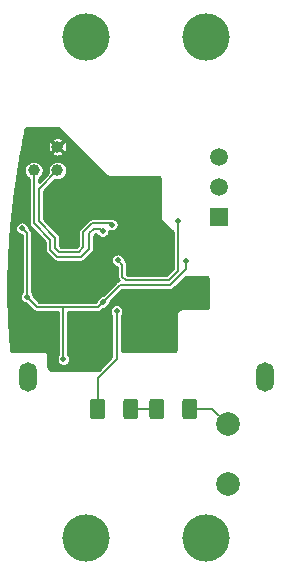
<source format=gbr>
G04 #@! TF.GenerationSoftware,KiCad,Pcbnew,5.1.5*
G04 #@! TF.CreationDate,2020-03-24T00:38:53+03:00*
G04 #@! TF.ProjectId,nordic-switch,6e6f7264-6963-42d7-9377-697463682e6b,1.0*
G04 #@! TF.SameCoordinates,Original*
G04 #@! TF.FileFunction,Copper,L2,Bot*
G04 #@! TF.FilePolarity,Positive*
%FSLAX46Y46*%
G04 Gerber Fmt 4.6, Leading zero omitted, Abs format (unit mm)*
G04 Created by KiCad (PCBNEW 5.1.5) date 2020-03-24 00:38:53*
%MOMM*%
%LPD*%
G04 APERTURE LIST*
%ADD10C,2.000000*%
%ADD11C,0.100000*%
%ADD12C,1.000000*%
%ADD13C,4.000500*%
%ADD14O,1.500000X2.500000*%
%ADD15C,1.500000*%
%ADD16R,1.500000X1.500000*%
%ADD17C,0.500000*%
%ADD18C,0.200000*%
%ADD19C,0.254000*%
G04 APERTURE END LIST*
D10*
X151300000Y-111300000D03*
X151310000Y-116380000D03*
G04 #@! TA.AperFunction,SMDPad,CuDef*
D11*
G36*
X140699504Y-109126204D02*
G01*
X140723773Y-109129804D01*
X140747571Y-109135765D01*
X140770671Y-109144030D01*
X140792849Y-109154520D01*
X140813893Y-109167133D01*
X140833598Y-109181747D01*
X140851777Y-109198223D01*
X140868253Y-109216402D01*
X140882867Y-109236107D01*
X140895480Y-109257151D01*
X140905970Y-109279329D01*
X140914235Y-109302429D01*
X140920196Y-109326227D01*
X140923796Y-109350496D01*
X140925000Y-109375000D01*
X140925000Y-110625000D01*
X140923796Y-110649504D01*
X140920196Y-110673773D01*
X140914235Y-110697571D01*
X140905970Y-110720671D01*
X140895480Y-110742849D01*
X140882867Y-110763893D01*
X140868253Y-110783598D01*
X140851777Y-110801777D01*
X140833598Y-110818253D01*
X140813893Y-110832867D01*
X140792849Y-110845480D01*
X140770671Y-110855970D01*
X140747571Y-110864235D01*
X140723773Y-110870196D01*
X140699504Y-110873796D01*
X140675000Y-110875000D01*
X139925000Y-110875000D01*
X139900496Y-110873796D01*
X139876227Y-110870196D01*
X139852429Y-110864235D01*
X139829329Y-110855970D01*
X139807151Y-110845480D01*
X139786107Y-110832867D01*
X139766402Y-110818253D01*
X139748223Y-110801777D01*
X139731747Y-110783598D01*
X139717133Y-110763893D01*
X139704520Y-110742849D01*
X139694030Y-110720671D01*
X139685765Y-110697571D01*
X139679804Y-110673773D01*
X139676204Y-110649504D01*
X139675000Y-110625000D01*
X139675000Y-109375000D01*
X139676204Y-109350496D01*
X139679804Y-109326227D01*
X139685765Y-109302429D01*
X139694030Y-109279329D01*
X139704520Y-109257151D01*
X139717133Y-109236107D01*
X139731747Y-109216402D01*
X139748223Y-109198223D01*
X139766402Y-109181747D01*
X139786107Y-109167133D01*
X139807151Y-109154520D01*
X139829329Y-109144030D01*
X139852429Y-109135765D01*
X139876227Y-109129804D01*
X139900496Y-109126204D01*
X139925000Y-109125000D01*
X140675000Y-109125000D01*
X140699504Y-109126204D01*
G37*
G04 #@! TD.AperFunction*
G04 #@! TA.AperFunction,SMDPad,CuDef*
G36*
X143499504Y-109126204D02*
G01*
X143523773Y-109129804D01*
X143547571Y-109135765D01*
X143570671Y-109144030D01*
X143592849Y-109154520D01*
X143613893Y-109167133D01*
X143633598Y-109181747D01*
X143651777Y-109198223D01*
X143668253Y-109216402D01*
X143682867Y-109236107D01*
X143695480Y-109257151D01*
X143705970Y-109279329D01*
X143714235Y-109302429D01*
X143720196Y-109326227D01*
X143723796Y-109350496D01*
X143725000Y-109375000D01*
X143725000Y-110625000D01*
X143723796Y-110649504D01*
X143720196Y-110673773D01*
X143714235Y-110697571D01*
X143705970Y-110720671D01*
X143695480Y-110742849D01*
X143682867Y-110763893D01*
X143668253Y-110783598D01*
X143651777Y-110801777D01*
X143633598Y-110818253D01*
X143613893Y-110832867D01*
X143592849Y-110845480D01*
X143570671Y-110855970D01*
X143547571Y-110864235D01*
X143523773Y-110870196D01*
X143499504Y-110873796D01*
X143475000Y-110875000D01*
X142725000Y-110875000D01*
X142700496Y-110873796D01*
X142676227Y-110870196D01*
X142652429Y-110864235D01*
X142629329Y-110855970D01*
X142607151Y-110845480D01*
X142586107Y-110832867D01*
X142566402Y-110818253D01*
X142548223Y-110801777D01*
X142531747Y-110783598D01*
X142517133Y-110763893D01*
X142504520Y-110742849D01*
X142494030Y-110720671D01*
X142485765Y-110697571D01*
X142479804Y-110673773D01*
X142476204Y-110649504D01*
X142475000Y-110625000D01*
X142475000Y-109375000D01*
X142476204Y-109350496D01*
X142479804Y-109326227D01*
X142485765Y-109302429D01*
X142494030Y-109279329D01*
X142504520Y-109257151D01*
X142517133Y-109236107D01*
X142531747Y-109216402D01*
X142548223Y-109198223D01*
X142566402Y-109181747D01*
X142586107Y-109167133D01*
X142607151Y-109154520D01*
X142629329Y-109144030D01*
X142652429Y-109135765D01*
X142676227Y-109129804D01*
X142700496Y-109126204D01*
X142725000Y-109125000D01*
X143475000Y-109125000D01*
X143499504Y-109126204D01*
G37*
G04 #@! TD.AperFunction*
G04 #@! TA.AperFunction,SMDPad,CuDef*
G36*
X145699504Y-109126204D02*
G01*
X145723773Y-109129804D01*
X145747571Y-109135765D01*
X145770671Y-109144030D01*
X145792849Y-109154520D01*
X145813893Y-109167133D01*
X145833598Y-109181747D01*
X145851777Y-109198223D01*
X145868253Y-109216402D01*
X145882867Y-109236107D01*
X145895480Y-109257151D01*
X145905970Y-109279329D01*
X145914235Y-109302429D01*
X145920196Y-109326227D01*
X145923796Y-109350496D01*
X145925000Y-109375000D01*
X145925000Y-110625000D01*
X145923796Y-110649504D01*
X145920196Y-110673773D01*
X145914235Y-110697571D01*
X145905970Y-110720671D01*
X145895480Y-110742849D01*
X145882867Y-110763893D01*
X145868253Y-110783598D01*
X145851777Y-110801777D01*
X145833598Y-110818253D01*
X145813893Y-110832867D01*
X145792849Y-110845480D01*
X145770671Y-110855970D01*
X145747571Y-110864235D01*
X145723773Y-110870196D01*
X145699504Y-110873796D01*
X145675000Y-110875000D01*
X144925000Y-110875000D01*
X144900496Y-110873796D01*
X144876227Y-110870196D01*
X144852429Y-110864235D01*
X144829329Y-110855970D01*
X144807151Y-110845480D01*
X144786107Y-110832867D01*
X144766402Y-110818253D01*
X144748223Y-110801777D01*
X144731747Y-110783598D01*
X144717133Y-110763893D01*
X144704520Y-110742849D01*
X144694030Y-110720671D01*
X144685765Y-110697571D01*
X144679804Y-110673773D01*
X144676204Y-110649504D01*
X144675000Y-110625000D01*
X144675000Y-109375000D01*
X144676204Y-109350496D01*
X144679804Y-109326227D01*
X144685765Y-109302429D01*
X144694030Y-109279329D01*
X144704520Y-109257151D01*
X144717133Y-109236107D01*
X144731747Y-109216402D01*
X144748223Y-109198223D01*
X144766402Y-109181747D01*
X144786107Y-109167133D01*
X144807151Y-109154520D01*
X144829329Y-109144030D01*
X144852429Y-109135765D01*
X144876227Y-109129804D01*
X144900496Y-109126204D01*
X144925000Y-109125000D01*
X145675000Y-109125000D01*
X145699504Y-109126204D01*
G37*
G04 #@! TD.AperFunction*
G04 #@! TA.AperFunction,SMDPad,CuDef*
G36*
X148499504Y-109126204D02*
G01*
X148523773Y-109129804D01*
X148547571Y-109135765D01*
X148570671Y-109144030D01*
X148592849Y-109154520D01*
X148613893Y-109167133D01*
X148633598Y-109181747D01*
X148651777Y-109198223D01*
X148668253Y-109216402D01*
X148682867Y-109236107D01*
X148695480Y-109257151D01*
X148705970Y-109279329D01*
X148714235Y-109302429D01*
X148720196Y-109326227D01*
X148723796Y-109350496D01*
X148725000Y-109375000D01*
X148725000Y-110625000D01*
X148723796Y-110649504D01*
X148720196Y-110673773D01*
X148714235Y-110697571D01*
X148705970Y-110720671D01*
X148695480Y-110742849D01*
X148682867Y-110763893D01*
X148668253Y-110783598D01*
X148651777Y-110801777D01*
X148633598Y-110818253D01*
X148613893Y-110832867D01*
X148592849Y-110845480D01*
X148570671Y-110855970D01*
X148547571Y-110864235D01*
X148523773Y-110870196D01*
X148499504Y-110873796D01*
X148475000Y-110875000D01*
X147725000Y-110875000D01*
X147700496Y-110873796D01*
X147676227Y-110870196D01*
X147652429Y-110864235D01*
X147629329Y-110855970D01*
X147607151Y-110845480D01*
X147586107Y-110832867D01*
X147566402Y-110818253D01*
X147548223Y-110801777D01*
X147531747Y-110783598D01*
X147517133Y-110763893D01*
X147504520Y-110742849D01*
X147494030Y-110720671D01*
X147485765Y-110697571D01*
X147479804Y-110673773D01*
X147476204Y-110649504D01*
X147475000Y-110625000D01*
X147475000Y-109375000D01*
X147476204Y-109350496D01*
X147479804Y-109326227D01*
X147485765Y-109302429D01*
X147494030Y-109279329D01*
X147504520Y-109257151D01*
X147517133Y-109236107D01*
X147531747Y-109216402D01*
X147548223Y-109198223D01*
X147566402Y-109181747D01*
X147586107Y-109167133D01*
X147607151Y-109154520D01*
X147629329Y-109144030D01*
X147652429Y-109135765D01*
X147676227Y-109129804D01*
X147700496Y-109126204D01*
X147725000Y-109125000D01*
X148475000Y-109125000D01*
X148499504Y-109126204D01*
G37*
G04 #@! TD.AperFunction*
D12*
X136900000Y-87800000D03*
X136900000Y-89800000D03*
X134900000Y-89800000D03*
D13*
X149500000Y-78500000D03*
D14*
X154500000Y-107300000D03*
X134400000Y-107300000D03*
D15*
X150600000Y-91200000D03*
X150600000Y-88660000D03*
D16*
X150600000Y-93740000D03*
D13*
X149500000Y-120900000D03*
X139300000Y-120900000D03*
X139300000Y-78500000D03*
D17*
X134300000Y-100500000D03*
X133900000Y-94700000D03*
X147800000Y-97500000D03*
X137400000Y-105800000D03*
X140750000Y-100950000D03*
X133200000Y-95700000D03*
X138100000Y-96100000D03*
X135700000Y-99300000D03*
X138900000Y-99300000D03*
X137300000Y-99300000D03*
X137300000Y-97700000D03*
X138900000Y-97700000D03*
X135700000Y-97700000D03*
X135700000Y-96100000D03*
X141700000Y-90500000D03*
X143100000Y-90500000D03*
X144300000Y-92700000D03*
X137400000Y-91900000D03*
X139300000Y-91900000D03*
X139300000Y-90500000D03*
X139800000Y-89400000D03*
X143800000Y-103800000D03*
X145600000Y-103800000D03*
X145600000Y-102000000D03*
X143800000Y-102000000D03*
X133600000Y-104500000D03*
X143800000Y-100200000D03*
X145600000Y-100200000D03*
X138300000Y-87900000D03*
X136900000Y-86400000D03*
X133900000Y-88900000D03*
X133300000Y-93600000D03*
X143800000Y-98400000D03*
X145600000Y-98400000D03*
X147700000Y-99400000D03*
X147700000Y-100900000D03*
X149400000Y-100200000D03*
X144300000Y-91700000D03*
X145300000Y-91700000D03*
X145300000Y-92700000D03*
X142400000Y-93500000D03*
X133600000Y-91200000D03*
X134400000Y-86400000D03*
X142400000Y-94300000D03*
X140200000Y-91900000D03*
X140200000Y-90500000D03*
X145400000Y-94700000D03*
X143400000Y-94700000D03*
X144400000Y-94700000D03*
X143800000Y-96600000D03*
X145600000Y-96600000D03*
X138300000Y-91900000D03*
X133200000Y-98100000D03*
X133200000Y-96900000D03*
X138500000Y-104300000D03*
X140100000Y-104300000D03*
X138500000Y-106400000D03*
X140100000Y-106400000D03*
X141500000Y-94399992D03*
X140712083Y-94950002D03*
X147100000Y-94100000D03*
X142000000Y-97400004D03*
X141900000Y-101700000D03*
D18*
X150000000Y-110000000D02*
X148100000Y-110000000D01*
X151300000Y-111300000D02*
X150000000Y-110000000D01*
X134300000Y-95100000D02*
X134300000Y-100500000D01*
X133900000Y-94700000D02*
X134300000Y-95100000D01*
X147800000Y-97500000D02*
X147800000Y-98165700D01*
X146465689Y-99500011D02*
X142199989Y-99500011D01*
X147800000Y-98165700D02*
X146465689Y-99500011D01*
X142199989Y-99500011D02*
X140750000Y-100950000D01*
X135200000Y-101400000D02*
X134300000Y-100500000D01*
X140750000Y-100950000D02*
X140300000Y-101400000D01*
X137400000Y-105800000D02*
X137400000Y-101400000D01*
X140300000Y-101400000D02*
X137400000Y-101400000D01*
X137400000Y-101400000D02*
X135200000Y-101400000D01*
X135300000Y-91400000D02*
X136900000Y-89800000D01*
X135300000Y-94100000D02*
X135300000Y-91400000D01*
X136700000Y-95500000D02*
X135300000Y-94100000D01*
X137000000Y-96700000D02*
X136700000Y-96400000D01*
X136700000Y-96400000D02*
X136700000Y-95500000D01*
X141400008Y-94300000D02*
X139800000Y-94300000D01*
X138700000Y-96700000D02*
X137000000Y-96700000D01*
X139100000Y-95000000D02*
X139100000Y-96300000D01*
X139800000Y-94300000D02*
X139100000Y-95000000D01*
X141500000Y-94399992D02*
X141400008Y-94300000D01*
X139100000Y-96300000D02*
X138700000Y-96700000D01*
X140512081Y-94750000D02*
X140712083Y-94950002D01*
X139950000Y-94750000D02*
X140512081Y-94750000D01*
X138915627Y-97100011D02*
X139557819Y-96457819D01*
X134900000Y-89900000D02*
X134900000Y-94300000D01*
X139557819Y-96457819D02*
X139557819Y-95142181D01*
X136299989Y-95699989D02*
X136299989Y-96565689D01*
X134900000Y-94300000D02*
X136299989Y-95699989D01*
X136299989Y-96565689D02*
X136834311Y-97100011D01*
X139557819Y-95142181D02*
X139950000Y-94750000D01*
X136834311Y-97100011D02*
X138915627Y-97100011D01*
X147100000Y-94100000D02*
X147100000Y-94100000D01*
X147100000Y-98300000D02*
X146300000Y-99100000D01*
X147100000Y-94100000D02*
X147100000Y-98300000D01*
X142400000Y-97800004D02*
X142000000Y-97400004D01*
X142400000Y-98800000D02*
X142400000Y-97800004D01*
X142700000Y-99100000D02*
X142400000Y-98800000D01*
X146300000Y-99100000D02*
X142700000Y-99100000D01*
X140300000Y-110000000D02*
X140300000Y-107400000D01*
X141900000Y-102053553D02*
X141900000Y-101700000D01*
X141900000Y-105800000D02*
X141900000Y-102053553D01*
X140300000Y-107400000D02*
X141900000Y-105800000D01*
X145300000Y-110000000D02*
X143100000Y-110000000D01*
D19*
G36*
X136940987Y-86242467D02*
G01*
X137006910Y-86286516D01*
X140922329Y-90201935D01*
X140941574Y-90217729D01*
X141038901Y-90282761D01*
X141060858Y-90294497D01*
X141084683Y-90301724D01*
X141199488Y-90324560D01*
X141224264Y-90327000D01*
X145387491Y-90327000D01*
X145465251Y-90342467D01*
X145520570Y-90379430D01*
X145557533Y-90434749D01*
X145573000Y-90512509D01*
X145573000Y-93775736D01*
X145575440Y-93800512D01*
X145598276Y-93915317D01*
X145605503Y-93939142D01*
X145617239Y-93961099D01*
X145682271Y-94058426D01*
X145698065Y-94077671D01*
X146673000Y-95052606D01*
X146673001Y-98123130D01*
X146123132Y-98673000D01*
X142876869Y-98673000D01*
X142827000Y-98623132D01*
X142827000Y-97820968D01*
X142829065Y-97800003D01*
X142827000Y-97779038D01*
X142827000Y-97779026D01*
X142820822Y-97716297D01*
X142796405Y-97635808D01*
X142769487Y-97585447D01*
X142756755Y-97561627D01*
X142716767Y-97512902D01*
X142716764Y-97512899D01*
X142703395Y-97496609D01*
X142687105Y-97483240D01*
X142577000Y-97373135D01*
X142577000Y-97343174D01*
X142554826Y-97231699D01*
X142511331Y-97126692D01*
X142448185Y-97032188D01*
X142367816Y-96951819D01*
X142273312Y-96888673D01*
X142168305Y-96845178D01*
X142056830Y-96823004D01*
X141943170Y-96823004D01*
X141831695Y-96845178D01*
X141726688Y-96888673D01*
X141632184Y-96951819D01*
X141551815Y-97032188D01*
X141488669Y-97126692D01*
X141445174Y-97231699D01*
X141423000Y-97343174D01*
X141423000Y-97456834D01*
X141445174Y-97568309D01*
X141488669Y-97673316D01*
X141551815Y-97767820D01*
X141632184Y-97848189D01*
X141726688Y-97911335D01*
X141831695Y-97954830D01*
X141943170Y-97977004D01*
X141973001Y-97977004D01*
X141973000Y-98779032D01*
X141970935Y-98800000D01*
X141973000Y-98820967D01*
X141973000Y-98820977D01*
X141979178Y-98883706D01*
X142003595Y-98964195D01*
X142013278Y-98982310D01*
X142043245Y-99038376D01*
X142079169Y-99082149D01*
X142084622Y-99088793D01*
X142035793Y-99103606D01*
X142016319Y-99114015D01*
X141961612Y-99143256D01*
X141912888Y-99183243D01*
X141912884Y-99183247D01*
X141896594Y-99196616D01*
X141883225Y-99212906D01*
X140723132Y-100373000D01*
X140693170Y-100373000D01*
X140581695Y-100395174D01*
X140476688Y-100438669D01*
X140382184Y-100501815D01*
X140301815Y-100582184D01*
X140238669Y-100676688D01*
X140195174Y-100781695D01*
X140173000Y-100893170D01*
X140173000Y-100923132D01*
X140123132Y-100973000D01*
X137420978Y-100973000D01*
X137400000Y-100970934D01*
X137379023Y-100973000D01*
X135376870Y-100973000D01*
X134877000Y-100473131D01*
X134877000Y-100443170D01*
X134854826Y-100331695D01*
X134811331Y-100226688D01*
X134748185Y-100132184D01*
X134727000Y-100110999D01*
X134727000Y-95120964D01*
X134729065Y-95099999D01*
X134727000Y-95079034D01*
X134727000Y-95079022D01*
X134720822Y-95016293D01*
X134696405Y-94935804D01*
X134672717Y-94891487D01*
X134656755Y-94861623D01*
X134616767Y-94812898D01*
X134616764Y-94812895D01*
X134603395Y-94796605D01*
X134587106Y-94783237D01*
X134477000Y-94673131D01*
X134477000Y-94643170D01*
X134454826Y-94531695D01*
X134411331Y-94426688D01*
X134348185Y-94332184D01*
X134267816Y-94251815D01*
X134173312Y-94188669D01*
X134068305Y-94145174D01*
X133956830Y-94123000D01*
X133843170Y-94123000D01*
X133731695Y-94145174D01*
X133626688Y-94188669D01*
X133532184Y-94251815D01*
X133451815Y-94332184D01*
X133388669Y-94426688D01*
X133345174Y-94531695D01*
X133323000Y-94643170D01*
X133323000Y-94756830D01*
X133345174Y-94868305D01*
X133388669Y-94973312D01*
X133451815Y-95067816D01*
X133532184Y-95148185D01*
X133626688Y-95211331D01*
X133731695Y-95254826D01*
X133843170Y-95277000D01*
X133873000Y-95277000D01*
X133873001Y-100110998D01*
X133851815Y-100132184D01*
X133788669Y-100226688D01*
X133745174Y-100331695D01*
X133723000Y-100443170D01*
X133723000Y-100556830D01*
X133745174Y-100668305D01*
X133788669Y-100773312D01*
X133851815Y-100867816D01*
X133932184Y-100948185D01*
X134026688Y-101011331D01*
X134131695Y-101054826D01*
X134243170Y-101077000D01*
X134273131Y-101077000D01*
X134883241Y-101687111D01*
X134896605Y-101703395D01*
X134912889Y-101716759D01*
X134912898Y-101716768D01*
X134961623Y-101756755D01*
X134984574Y-101769022D01*
X135035804Y-101796405D01*
X135116293Y-101820822D01*
X135179022Y-101827000D01*
X135179032Y-101827000D01*
X135199999Y-101829065D01*
X135220966Y-101827000D01*
X136973001Y-101827000D01*
X136973000Y-105410999D01*
X136951815Y-105432184D01*
X136888669Y-105526688D01*
X136845174Y-105631695D01*
X136823000Y-105743170D01*
X136823000Y-105856830D01*
X136845174Y-105968305D01*
X136888669Y-106073312D01*
X136951815Y-106167816D01*
X137032184Y-106248185D01*
X137126688Y-106311331D01*
X137231695Y-106354826D01*
X137343170Y-106377000D01*
X137456830Y-106377000D01*
X137568305Y-106354826D01*
X137673312Y-106311331D01*
X137767816Y-106248185D01*
X137848185Y-106167816D01*
X137911331Y-106073312D01*
X137954826Y-105968305D01*
X137977000Y-105856830D01*
X137977000Y-105743170D01*
X137954826Y-105631695D01*
X137911331Y-105526688D01*
X137848185Y-105432184D01*
X137827000Y-105410999D01*
X137827000Y-101827000D01*
X140279033Y-101827000D01*
X140300000Y-101829065D01*
X140320967Y-101827000D01*
X140320978Y-101827000D01*
X140383707Y-101820822D01*
X140464196Y-101796405D01*
X140538376Y-101756755D01*
X140603395Y-101703395D01*
X140616768Y-101687100D01*
X140776868Y-101527000D01*
X140806830Y-101527000D01*
X140918305Y-101504826D01*
X141023312Y-101461331D01*
X141117816Y-101398185D01*
X141198185Y-101317816D01*
X141261331Y-101223312D01*
X141304826Y-101118305D01*
X141327000Y-101006830D01*
X141327000Y-100976868D01*
X142376858Y-99927011D01*
X146444722Y-99927011D01*
X146465689Y-99929076D01*
X146486656Y-99927011D01*
X146486667Y-99927011D01*
X146549396Y-99920833D01*
X146629885Y-99896416D01*
X146704065Y-99856766D01*
X146769084Y-99803406D01*
X146782457Y-99787111D01*
X147742569Y-98827000D01*
X149487491Y-98827000D01*
X149565251Y-98842467D01*
X149620570Y-98879430D01*
X149657533Y-98934749D01*
X149673000Y-99012509D01*
X149673000Y-101287491D01*
X149657533Y-101365251D01*
X149620570Y-101420570D01*
X149565251Y-101457533D01*
X149487491Y-101473000D01*
X147400000Y-101473000D01*
X147375224Y-101475440D01*
X147260419Y-101498276D01*
X147236594Y-101505503D01*
X147214637Y-101517239D01*
X147117310Y-101582271D01*
X147098065Y-101598066D01*
X147082271Y-101617310D01*
X147017239Y-101714637D01*
X147005503Y-101736594D01*
X146998276Y-101760419D01*
X146975440Y-101875224D01*
X146973000Y-101900000D01*
X146973000Y-104887491D01*
X146957533Y-104965251D01*
X146920570Y-105020570D01*
X146865251Y-105057533D01*
X146787491Y-105073000D01*
X142327000Y-105073000D01*
X142327000Y-102089001D01*
X142348185Y-102067816D01*
X142411331Y-101973312D01*
X142454826Y-101868305D01*
X142477000Y-101756830D01*
X142477000Y-101643170D01*
X142454826Y-101531695D01*
X142411331Y-101426688D01*
X142348185Y-101332184D01*
X142267816Y-101251815D01*
X142173312Y-101188669D01*
X142068305Y-101145174D01*
X141956830Y-101123000D01*
X141843170Y-101123000D01*
X141731695Y-101145174D01*
X141626688Y-101188669D01*
X141532184Y-101251815D01*
X141451815Y-101332184D01*
X141388669Y-101426688D01*
X141345174Y-101531695D01*
X141323000Y-101643170D01*
X141323000Y-101756830D01*
X141345174Y-101868305D01*
X141388669Y-101973312D01*
X141451815Y-102067816D01*
X141473001Y-102089002D01*
X141473000Y-105623131D01*
X140423132Y-106673000D01*
X136312509Y-106673000D01*
X136234749Y-106657533D01*
X136179430Y-106620570D01*
X136142467Y-106565251D01*
X136127000Y-106487491D01*
X136127000Y-105500000D01*
X136124560Y-105475224D01*
X136101724Y-105360419D01*
X136094497Y-105336594D01*
X136082761Y-105314637D01*
X136017729Y-105217310D01*
X136001934Y-105198065D01*
X135982690Y-105182271D01*
X135885363Y-105117239D01*
X135863406Y-105105503D01*
X135839581Y-105098276D01*
X135724776Y-105075440D01*
X135700000Y-105073000D01*
X132989015Y-105073000D01*
X132984968Y-105029660D01*
X132966912Y-104830259D01*
X132949852Y-104635558D01*
X132933703Y-104444945D01*
X132917813Y-104250696D01*
X132902479Y-104056180D01*
X132888086Y-103866442D01*
X132874007Y-103673217D01*
X132860222Y-103475663D01*
X132847638Y-103286970D01*
X132835406Y-103094679D01*
X132823315Y-102894522D01*
X132811705Y-102691053D01*
X132801423Y-102499769D01*
X132791786Y-102308980D01*
X132782801Y-102118734D01*
X132773813Y-101913398D01*
X132766035Y-101720085D01*
X132758676Y-101519650D01*
X132751947Y-101315849D01*
X132746018Y-101113068D01*
X132740501Y-100894764D01*
X132736226Y-100693403D01*
X132732751Y-100492490D01*
X132730086Y-100292291D01*
X132728134Y-100077788D01*
X132727176Y-99879330D01*
X132727001Y-99749979D01*
X132727446Y-99544443D01*
X132728721Y-99345891D01*
X132730967Y-99134446D01*
X132733990Y-98930363D01*
X132737778Y-98729154D01*
X132742459Y-98523539D01*
X132747869Y-98320719D01*
X132753804Y-98125481D01*
X132760909Y-97917367D01*
X132768181Y-97724862D01*
X132776490Y-97523643D01*
X132785726Y-97317852D01*
X132794924Y-97127510D01*
X132804791Y-96936269D01*
X132815261Y-96745344D01*
X132826398Y-96553382D01*
X132838144Y-96361430D01*
X132850260Y-96172988D01*
X132863553Y-95975776D01*
X132877164Y-95782742D01*
X132891425Y-95588878D01*
X132906297Y-95394679D01*
X132921693Y-95201216D01*
X132937430Y-95010468D01*
X132953344Y-94824046D01*
X132970210Y-94632813D01*
X132987962Y-94437879D01*
X133005145Y-94254793D01*
X133025245Y-94046979D01*
X133044751Y-93851213D01*
X133064829Y-93655267D01*
X133085041Y-93463186D01*
X133104856Y-93279534D01*
X133125211Y-93095326D01*
X133146906Y-92903555D01*
X133167769Y-92723291D01*
X133190989Y-92527081D01*
X133213278Y-92342814D01*
X133237006Y-92150761D01*
X133259793Y-91970059D01*
X133284986Y-91774262D01*
X133310804Y-91577679D01*
X133337075Y-91381601D01*
X133361058Y-91205862D01*
X133386058Y-91025864D01*
X133411416Y-90846379D01*
X133437820Y-90662664D01*
X133467040Y-90462915D01*
X133495557Y-90271397D01*
X133522667Y-90092291D01*
X133550129Y-89913673D01*
X133577491Y-89738403D01*
X133580639Y-89718548D01*
X134073000Y-89718548D01*
X134073000Y-89881452D01*
X134104782Y-90041227D01*
X134167123Y-90191731D01*
X134257628Y-90327181D01*
X134372819Y-90442372D01*
X134473000Y-90509311D01*
X134473001Y-94279023D01*
X134470935Y-94300000D01*
X134473001Y-94320977D01*
X134473001Y-94320978D01*
X134479179Y-94383707D01*
X134496845Y-94441941D01*
X134503596Y-94464196D01*
X134543245Y-94538376D01*
X134583232Y-94587100D01*
X134583237Y-94587105D01*
X134596606Y-94603395D01*
X134612895Y-94616764D01*
X135872989Y-95876858D01*
X135872990Y-96544712D01*
X135870924Y-96565689D01*
X135872990Y-96586666D01*
X135872990Y-96586667D01*
X135879168Y-96649396D01*
X135900836Y-96720822D01*
X135903585Y-96729885D01*
X135943234Y-96804065D01*
X135983221Y-96852789D01*
X135983226Y-96852794D01*
X135996595Y-96869084D01*
X136012884Y-96882452D01*
X136517547Y-97387116D01*
X136530916Y-97403406D01*
X136547206Y-97416775D01*
X136547209Y-97416778D01*
X136595934Y-97456766D01*
X136620198Y-97469735D01*
X136670115Y-97496416D01*
X136750604Y-97520833D01*
X136813333Y-97527011D01*
X136813345Y-97527011D01*
X136834310Y-97529076D01*
X136855275Y-97527011D01*
X138894660Y-97527011D01*
X138915627Y-97529076D01*
X138936594Y-97527011D01*
X138936605Y-97527011D01*
X138999334Y-97520833D01*
X139079823Y-97496416D01*
X139154003Y-97456766D01*
X139219022Y-97403406D01*
X139232395Y-97387111D01*
X139844925Y-96774582D01*
X139861214Y-96761214D01*
X139874583Y-96744924D01*
X139874587Y-96744920D01*
X139914575Y-96696196D01*
X139954224Y-96622016D01*
X139962348Y-96595235D01*
X139978641Y-96541526D01*
X139984819Y-96478797D01*
X139984819Y-96478786D01*
X139986884Y-96457819D01*
X139984819Y-96436852D01*
X139984819Y-95319049D01*
X140126869Y-95177000D01*
X140181568Y-95177000D01*
X140200752Y-95223314D01*
X140263898Y-95317818D01*
X140344267Y-95398187D01*
X140438771Y-95461333D01*
X140543778Y-95504828D01*
X140655253Y-95527002D01*
X140768913Y-95527002D01*
X140880388Y-95504828D01*
X140985395Y-95461333D01*
X141079899Y-95398187D01*
X141160268Y-95317818D01*
X141223414Y-95223314D01*
X141266909Y-95118307D01*
X141289083Y-95006832D01*
X141289083Y-94937168D01*
X141331695Y-94954818D01*
X141443170Y-94976992D01*
X141556830Y-94976992D01*
X141668305Y-94954818D01*
X141773312Y-94911323D01*
X141867816Y-94848177D01*
X141948185Y-94767808D01*
X142011331Y-94673304D01*
X142054826Y-94568297D01*
X142077000Y-94456822D01*
X142077000Y-94343162D01*
X142054826Y-94231687D01*
X142011331Y-94126680D01*
X141948185Y-94032176D01*
X141867816Y-93951807D01*
X141773312Y-93888661D01*
X141668305Y-93845166D01*
X141556830Y-93822992D01*
X141443170Y-93822992D01*
X141331695Y-93845166D01*
X141264497Y-93873000D01*
X139820956Y-93873000D01*
X139799999Y-93870936D01*
X139779042Y-93873000D01*
X139779022Y-93873000D01*
X139716293Y-93879178D01*
X139635804Y-93903595D01*
X139621161Y-93911422D01*
X139561623Y-93943245D01*
X139512898Y-93983233D01*
X139512895Y-93983236D01*
X139496605Y-93996605D01*
X139483236Y-94012895D01*
X138812900Y-94683232D01*
X138796605Y-94696605D01*
X138783233Y-94712899D01*
X138783232Y-94712900D01*
X138743245Y-94761624D01*
X138724548Y-94796605D01*
X138703595Y-94835805D01*
X138679178Y-94916294D01*
X138673000Y-94979023D01*
X138673000Y-94979033D01*
X138670935Y-95000000D01*
X138673000Y-95020967D01*
X138673001Y-96123130D01*
X138523132Y-96273000D01*
X137176869Y-96273000D01*
X137127000Y-96223132D01*
X137127000Y-95520967D01*
X137129065Y-95500000D01*
X137127000Y-95479033D01*
X137127000Y-95479022D01*
X137120822Y-95416293D01*
X137096405Y-95335804D01*
X137066132Y-95279167D01*
X137056755Y-95261623D01*
X137016768Y-95212899D01*
X137016764Y-95212895D01*
X137003395Y-95196605D01*
X136987105Y-95183236D01*
X135727000Y-93923132D01*
X135727000Y-91576868D01*
X136700375Y-90603493D01*
X136818548Y-90627000D01*
X136981452Y-90627000D01*
X137141227Y-90595218D01*
X137291731Y-90532877D01*
X137427181Y-90442372D01*
X137542372Y-90327181D01*
X137632877Y-90191731D01*
X137695218Y-90041227D01*
X137727000Y-89881452D01*
X137727000Y-89718548D01*
X137695218Y-89558773D01*
X137632877Y-89408269D01*
X137542372Y-89272819D01*
X137427181Y-89157628D01*
X137291731Y-89067123D01*
X137141227Y-89004782D01*
X136981452Y-88973000D01*
X136818548Y-88973000D01*
X136658773Y-89004782D01*
X136508269Y-89067123D01*
X136372819Y-89157628D01*
X136257628Y-89272819D01*
X136167123Y-89408269D01*
X136104782Y-89558773D01*
X136073000Y-89718548D01*
X136073000Y-89881452D01*
X136096507Y-89999625D01*
X135327000Y-90769132D01*
X135327000Y-90509311D01*
X135427181Y-90442372D01*
X135542372Y-90327181D01*
X135632877Y-90191731D01*
X135695218Y-90041227D01*
X135727000Y-89881452D01*
X135727000Y-89718548D01*
X135695218Y-89558773D01*
X135632877Y-89408269D01*
X135542372Y-89272819D01*
X135427181Y-89157628D01*
X135291731Y-89067123D01*
X135141227Y-89004782D01*
X134981452Y-88973000D01*
X134818548Y-88973000D01*
X134658773Y-89004782D01*
X134508269Y-89067123D01*
X134372819Y-89157628D01*
X134257628Y-89272819D01*
X134167123Y-89408269D01*
X134104782Y-89558773D01*
X134073000Y-89718548D01*
X133580639Y-89718548D01*
X133608279Y-89544234D01*
X133637688Y-89361655D01*
X133669467Y-89167384D01*
X133698997Y-88989551D01*
X133736374Y-88768028D01*
X133766849Y-88590235D01*
X133798242Y-88409616D01*
X133809488Y-88345814D01*
X136386713Y-88345814D01*
X136430344Y-88485556D01*
X136573114Y-88564008D01*
X136728445Y-88613100D01*
X136890369Y-88630945D01*
X137052664Y-88616858D01*
X137209091Y-88571379D01*
X137353641Y-88496256D01*
X137369656Y-88485556D01*
X137413287Y-88345814D01*
X136900000Y-87832527D01*
X136386713Y-88345814D01*
X133809488Y-88345814D01*
X133831429Y-88221342D01*
X133863692Y-88040870D01*
X133900692Y-87836855D01*
X133909257Y-87790369D01*
X136069055Y-87790369D01*
X136083142Y-87952664D01*
X136128621Y-88109091D01*
X136203744Y-88253641D01*
X136214444Y-88269656D01*
X136354186Y-88313287D01*
X136867473Y-87800000D01*
X136932527Y-87800000D01*
X137445814Y-88313287D01*
X137585556Y-88269656D01*
X137664008Y-88126886D01*
X137713100Y-87971555D01*
X137730945Y-87809631D01*
X137716858Y-87647336D01*
X137671379Y-87490909D01*
X137596256Y-87346359D01*
X137585556Y-87330344D01*
X137445814Y-87286713D01*
X136932527Y-87800000D01*
X136867473Y-87800000D01*
X136354186Y-87286713D01*
X136214444Y-87330344D01*
X136135992Y-87473114D01*
X136086900Y-87628445D01*
X136069055Y-87790369D01*
X133909257Y-87790369D01*
X133941833Y-87613582D01*
X133974534Y-87438692D01*
X134007660Y-87263752D01*
X134009494Y-87254186D01*
X136386713Y-87254186D01*
X136900000Y-87767473D01*
X137413287Y-87254186D01*
X137369656Y-87114444D01*
X137226886Y-87035992D01*
X137071555Y-86986900D01*
X136909631Y-86969055D01*
X136747336Y-86983142D01*
X136590909Y-87028621D01*
X136446359Y-87103744D01*
X136430344Y-87114444D01*
X136386713Y-87254186D01*
X134009494Y-87254186D01*
X134040954Y-87090123D01*
X134074770Y-86915968D01*
X134113529Y-86718953D01*
X134151107Y-86530525D01*
X134187465Y-86350545D01*
X134212771Y-86227000D01*
X136863227Y-86227000D01*
X136940987Y-86242467D01*
G37*
X136940987Y-86242467D02*
X137006910Y-86286516D01*
X140922329Y-90201935D01*
X140941574Y-90217729D01*
X141038901Y-90282761D01*
X141060858Y-90294497D01*
X141084683Y-90301724D01*
X141199488Y-90324560D01*
X141224264Y-90327000D01*
X145387491Y-90327000D01*
X145465251Y-90342467D01*
X145520570Y-90379430D01*
X145557533Y-90434749D01*
X145573000Y-90512509D01*
X145573000Y-93775736D01*
X145575440Y-93800512D01*
X145598276Y-93915317D01*
X145605503Y-93939142D01*
X145617239Y-93961099D01*
X145682271Y-94058426D01*
X145698065Y-94077671D01*
X146673000Y-95052606D01*
X146673001Y-98123130D01*
X146123132Y-98673000D01*
X142876869Y-98673000D01*
X142827000Y-98623132D01*
X142827000Y-97820968D01*
X142829065Y-97800003D01*
X142827000Y-97779038D01*
X142827000Y-97779026D01*
X142820822Y-97716297D01*
X142796405Y-97635808D01*
X142769487Y-97585447D01*
X142756755Y-97561627D01*
X142716767Y-97512902D01*
X142716764Y-97512899D01*
X142703395Y-97496609D01*
X142687105Y-97483240D01*
X142577000Y-97373135D01*
X142577000Y-97343174D01*
X142554826Y-97231699D01*
X142511331Y-97126692D01*
X142448185Y-97032188D01*
X142367816Y-96951819D01*
X142273312Y-96888673D01*
X142168305Y-96845178D01*
X142056830Y-96823004D01*
X141943170Y-96823004D01*
X141831695Y-96845178D01*
X141726688Y-96888673D01*
X141632184Y-96951819D01*
X141551815Y-97032188D01*
X141488669Y-97126692D01*
X141445174Y-97231699D01*
X141423000Y-97343174D01*
X141423000Y-97456834D01*
X141445174Y-97568309D01*
X141488669Y-97673316D01*
X141551815Y-97767820D01*
X141632184Y-97848189D01*
X141726688Y-97911335D01*
X141831695Y-97954830D01*
X141943170Y-97977004D01*
X141973001Y-97977004D01*
X141973000Y-98779032D01*
X141970935Y-98800000D01*
X141973000Y-98820967D01*
X141973000Y-98820977D01*
X141979178Y-98883706D01*
X142003595Y-98964195D01*
X142013278Y-98982310D01*
X142043245Y-99038376D01*
X142079169Y-99082149D01*
X142084622Y-99088793D01*
X142035793Y-99103606D01*
X142016319Y-99114015D01*
X141961612Y-99143256D01*
X141912888Y-99183243D01*
X141912884Y-99183247D01*
X141896594Y-99196616D01*
X141883225Y-99212906D01*
X140723132Y-100373000D01*
X140693170Y-100373000D01*
X140581695Y-100395174D01*
X140476688Y-100438669D01*
X140382184Y-100501815D01*
X140301815Y-100582184D01*
X140238669Y-100676688D01*
X140195174Y-100781695D01*
X140173000Y-100893170D01*
X140173000Y-100923132D01*
X140123132Y-100973000D01*
X137420978Y-100973000D01*
X137400000Y-100970934D01*
X137379023Y-100973000D01*
X135376870Y-100973000D01*
X134877000Y-100473131D01*
X134877000Y-100443170D01*
X134854826Y-100331695D01*
X134811331Y-100226688D01*
X134748185Y-100132184D01*
X134727000Y-100110999D01*
X134727000Y-95120964D01*
X134729065Y-95099999D01*
X134727000Y-95079034D01*
X134727000Y-95079022D01*
X134720822Y-95016293D01*
X134696405Y-94935804D01*
X134672717Y-94891487D01*
X134656755Y-94861623D01*
X134616767Y-94812898D01*
X134616764Y-94812895D01*
X134603395Y-94796605D01*
X134587106Y-94783237D01*
X134477000Y-94673131D01*
X134477000Y-94643170D01*
X134454826Y-94531695D01*
X134411331Y-94426688D01*
X134348185Y-94332184D01*
X134267816Y-94251815D01*
X134173312Y-94188669D01*
X134068305Y-94145174D01*
X133956830Y-94123000D01*
X133843170Y-94123000D01*
X133731695Y-94145174D01*
X133626688Y-94188669D01*
X133532184Y-94251815D01*
X133451815Y-94332184D01*
X133388669Y-94426688D01*
X133345174Y-94531695D01*
X133323000Y-94643170D01*
X133323000Y-94756830D01*
X133345174Y-94868305D01*
X133388669Y-94973312D01*
X133451815Y-95067816D01*
X133532184Y-95148185D01*
X133626688Y-95211331D01*
X133731695Y-95254826D01*
X133843170Y-95277000D01*
X133873000Y-95277000D01*
X133873001Y-100110998D01*
X133851815Y-100132184D01*
X133788669Y-100226688D01*
X133745174Y-100331695D01*
X133723000Y-100443170D01*
X133723000Y-100556830D01*
X133745174Y-100668305D01*
X133788669Y-100773312D01*
X133851815Y-100867816D01*
X133932184Y-100948185D01*
X134026688Y-101011331D01*
X134131695Y-101054826D01*
X134243170Y-101077000D01*
X134273131Y-101077000D01*
X134883241Y-101687111D01*
X134896605Y-101703395D01*
X134912889Y-101716759D01*
X134912898Y-101716768D01*
X134961623Y-101756755D01*
X134984574Y-101769022D01*
X135035804Y-101796405D01*
X135116293Y-101820822D01*
X135179022Y-101827000D01*
X135179032Y-101827000D01*
X135199999Y-101829065D01*
X135220966Y-101827000D01*
X136973001Y-101827000D01*
X136973000Y-105410999D01*
X136951815Y-105432184D01*
X136888669Y-105526688D01*
X136845174Y-105631695D01*
X136823000Y-105743170D01*
X136823000Y-105856830D01*
X136845174Y-105968305D01*
X136888669Y-106073312D01*
X136951815Y-106167816D01*
X137032184Y-106248185D01*
X137126688Y-106311331D01*
X137231695Y-106354826D01*
X137343170Y-106377000D01*
X137456830Y-106377000D01*
X137568305Y-106354826D01*
X137673312Y-106311331D01*
X137767816Y-106248185D01*
X137848185Y-106167816D01*
X137911331Y-106073312D01*
X137954826Y-105968305D01*
X137977000Y-105856830D01*
X137977000Y-105743170D01*
X137954826Y-105631695D01*
X137911331Y-105526688D01*
X137848185Y-105432184D01*
X137827000Y-105410999D01*
X137827000Y-101827000D01*
X140279033Y-101827000D01*
X140300000Y-101829065D01*
X140320967Y-101827000D01*
X140320978Y-101827000D01*
X140383707Y-101820822D01*
X140464196Y-101796405D01*
X140538376Y-101756755D01*
X140603395Y-101703395D01*
X140616768Y-101687100D01*
X140776868Y-101527000D01*
X140806830Y-101527000D01*
X140918305Y-101504826D01*
X141023312Y-101461331D01*
X141117816Y-101398185D01*
X141198185Y-101317816D01*
X141261331Y-101223312D01*
X141304826Y-101118305D01*
X141327000Y-101006830D01*
X141327000Y-100976868D01*
X142376858Y-99927011D01*
X146444722Y-99927011D01*
X146465689Y-99929076D01*
X146486656Y-99927011D01*
X146486667Y-99927011D01*
X146549396Y-99920833D01*
X146629885Y-99896416D01*
X146704065Y-99856766D01*
X146769084Y-99803406D01*
X146782457Y-99787111D01*
X147742569Y-98827000D01*
X149487491Y-98827000D01*
X149565251Y-98842467D01*
X149620570Y-98879430D01*
X149657533Y-98934749D01*
X149673000Y-99012509D01*
X149673000Y-101287491D01*
X149657533Y-101365251D01*
X149620570Y-101420570D01*
X149565251Y-101457533D01*
X149487491Y-101473000D01*
X147400000Y-101473000D01*
X147375224Y-101475440D01*
X147260419Y-101498276D01*
X147236594Y-101505503D01*
X147214637Y-101517239D01*
X147117310Y-101582271D01*
X147098065Y-101598066D01*
X147082271Y-101617310D01*
X147017239Y-101714637D01*
X147005503Y-101736594D01*
X146998276Y-101760419D01*
X146975440Y-101875224D01*
X146973000Y-101900000D01*
X146973000Y-104887491D01*
X146957533Y-104965251D01*
X146920570Y-105020570D01*
X146865251Y-105057533D01*
X146787491Y-105073000D01*
X142327000Y-105073000D01*
X142327000Y-102089001D01*
X142348185Y-102067816D01*
X142411331Y-101973312D01*
X142454826Y-101868305D01*
X142477000Y-101756830D01*
X142477000Y-101643170D01*
X142454826Y-101531695D01*
X142411331Y-101426688D01*
X142348185Y-101332184D01*
X142267816Y-101251815D01*
X142173312Y-101188669D01*
X142068305Y-101145174D01*
X141956830Y-101123000D01*
X141843170Y-101123000D01*
X141731695Y-101145174D01*
X141626688Y-101188669D01*
X141532184Y-101251815D01*
X141451815Y-101332184D01*
X141388669Y-101426688D01*
X141345174Y-101531695D01*
X141323000Y-101643170D01*
X141323000Y-101756830D01*
X141345174Y-101868305D01*
X141388669Y-101973312D01*
X141451815Y-102067816D01*
X141473001Y-102089002D01*
X141473000Y-105623131D01*
X140423132Y-106673000D01*
X136312509Y-106673000D01*
X136234749Y-106657533D01*
X136179430Y-106620570D01*
X136142467Y-106565251D01*
X136127000Y-106487491D01*
X136127000Y-105500000D01*
X136124560Y-105475224D01*
X136101724Y-105360419D01*
X136094497Y-105336594D01*
X136082761Y-105314637D01*
X136017729Y-105217310D01*
X136001934Y-105198065D01*
X135982690Y-105182271D01*
X135885363Y-105117239D01*
X135863406Y-105105503D01*
X135839581Y-105098276D01*
X135724776Y-105075440D01*
X135700000Y-105073000D01*
X132989015Y-105073000D01*
X132984968Y-105029660D01*
X132966912Y-104830259D01*
X132949852Y-104635558D01*
X132933703Y-104444945D01*
X132917813Y-104250696D01*
X132902479Y-104056180D01*
X132888086Y-103866442D01*
X132874007Y-103673217D01*
X132860222Y-103475663D01*
X132847638Y-103286970D01*
X132835406Y-103094679D01*
X132823315Y-102894522D01*
X132811705Y-102691053D01*
X132801423Y-102499769D01*
X132791786Y-102308980D01*
X132782801Y-102118734D01*
X132773813Y-101913398D01*
X132766035Y-101720085D01*
X132758676Y-101519650D01*
X132751947Y-101315849D01*
X132746018Y-101113068D01*
X132740501Y-100894764D01*
X132736226Y-100693403D01*
X132732751Y-100492490D01*
X132730086Y-100292291D01*
X132728134Y-100077788D01*
X132727176Y-99879330D01*
X132727001Y-99749979D01*
X132727446Y-99544443D01*
X132728721Y-99345891D01*
X132730967Y-99134446D01*
X132733990Y-98930363D01*
X132737778Y-98729154D01*
X132742459Y-98523539D01*
X132747869Y-98320719D01*
X132753804Y-98125481D01*
X132760909Y-97917367D01*
X132768181Y-97724862D01*
X132776490Y-97523643D01*
X132785726Y-97317852D01*
X132794924Y-97127510D01*
X132804791Y-96936269D01*
X132815261Y-96745344D01*
X132826398Y-96553382D01*
X132838144Y-96361430D01*
X132850260Y-96172988D01*
X132863553Y-95975776D01*
X132877164Y-95782742D01*
X132891425Y-95588878D01*
X132906297Y-95394679D01*
X132921693Y-95201216D01*
X132937430Y-95010468D01*
X132953344Y-94824046D01*
X132970210Y-94632813D01*
X132987962Y-94437879D01*
X133005145Y-94254793D01*
X133025245Y-94046979D01*
X133044751Y-93851213D01*
X133064829Y-93655267D01*
X133085041Y-93463186D01*
X133104856Y-93279534D01*
X133125211Y-93095326D01*
X133146906Y-92903555D01*
X133167769Y-92723291D01*
X133190989Y-92527081D01*
X133213278Y-92342814D01*
X133237006Y-92150761D01*
X133259793Y-91970059D01*
X133284986Y-91774262D01*
X133310804Y-91577679D01*
X133337075Y-91381601D01*
X133361058Y-91205862D01*
X133386058Y-91025864D01*
X133411416Y-90846379D01*
X133437820Y-90662664D01*
X133467040Y-90462915D01*
X133495557Y-90271397D01*
X133522667Y-90092291D01*
X133550129Y-89913673D01*
X133577491Y-89738403D01*
X133580639Y-89718548D01*
X134073000Y-89718548D01*
X134073000Y-89881452D01*
X134104782Y-90041227D01*
X134167123Y-90191731D01*
X134257628Y-90327181D01*
X134372819Y-90442372D01*
X134473000Y-90509311D01*
X134473001Y-94279023D01*
X134470935Y-94300000D01*
X134473001Y-94320977D01*
X134473001Y-94320978D01*
X134479179Y-94383707D01*
X134496845Y-94441941D01*
X134503596Y-94464196D01*
X134543245Y-94538376D01*
X134583232Y-94587100D01*
X134583237Y-94587105D01*
X134596606Y-94603395D01*
X134612895Y-94616764D01*
X135872989Y-95876858D01*
X135872990Y-96544712D01*
X135870924Y-96565689D01*
X135872990Y-96586666D01*
X135872990Y-96586667D01*
X135879168Y-96649396D01*
X135900836Y-96720822D01*
X135903585Y-96729885D01*
X135943234Y-96804065D01*
X135983221Y-96852789D01*
X135983226Y-96852794D01*
X135996595Y-96869084D01*
X136012884Y-96882452D01*
X136517547Y-97387116D01*
X136530916Y-97403406D01*
X136547206Y-97416775D01*
X136547209Y-97416778D01*
X136595934Y-97456766D01*
X136620198Y-97469735D01*
X136670115Y-97496416D01*
X136750604Y-97520833D01*
X136813333Y-97527011D01*
X136813345Y-97527011D01*
X136834310Y-97529076D01*
X136855275Y-97527011D01*
X138894660Y-97527011D01*
X138915627Y-97529076D01*
X138936594Y-97527011D01*
X138936605Y-97527011D01*
X138999334Y-97520833D01*
X139079823Y-97496416D01*
X139154003Y-97456766D01*
X139219022Y-97403406D01*
X139232395Y-97387111D01*
X139844925Y-96774582D01*
X139861214Y-96761214D01*
X139874583Y-96744924D01*
X139874587Y-96744920D01*
X139914575Y-96696196D01*
X139954224Y-96622016D01*
X139962348Y-96595235D01*
X139978641Y-96541526D01*
X139984819Y-96478797D01*
X139984819Y-96478786D01*
X139986884Y-96457819D01*
X139984819Y-96436852D01*
X139984819Y-95319049D01*
X140126869Y-95177000D01*
X140181568Y-95177000D01*
X140200752Y-95223314D01*
X140263898Y-95317818D01*
X140344267Y-95398187D01*
X140438771Y-95461333D01*
X140543778Y-95504828D01*
X140655253Y-95527002D01*
X140768913Y-95527002D01*
X140880388Y-95504828D01*
X140985395Y-95461333D01*
X141079899Y-95398187D01*
X141160268Y-95317818D01*
X141223414Y-95223314D01*
X141266909Y-95118307D01*
X141289083Y-95006832D01*
X141289083Y-94937168D01*
X141331695Y-94954818D01*
X141443170Y-94976992D01*
X141556830Y-94976992D01*
X141668305Y-94954818D01*
X141773312Y-94911323D01*
X141867816Y-94848177D01*
X141948185Y-94767808D01*
X142011331Y-94673304D01*
X142054826Y-94568297D01*
X142077000Y-94456822D01*
X142077000Y-94343162D01*
X142054826Y-94231687D01*
X142011331Y-94126680D01*
X141948185Y-94032176D01*
X141867816Y-93951807D01*
X141773312Y-93888661D01*
X141668305Y-93845166D01*
X141556830Y-93822992D01*
X141443170Y-93822992D01*
X141331695Y-93845166D01*
X141264497Y-93873000D01*
X139820956Y-93873000D01*
X139799999Y-93870936D01*
X139779042Y-93873000D01*
X139779022Y-93873000D01*
X139716293Y-93879178D01*
X139635804Y-93903595D01*
X139621161Y-93911422D01*
X139561623Y-93943245D01*
X139512898Y-93983233D01*
X139512895Y-93983236D01*
X139496605Y-93996605D01*
X139483236Y-94012895D01*
X138812900Y-94683232D01*
X138796605Y-94696605D01*
X138783233Y-94712899D01*
X138783232Y-94712900D01*
X138743245Y-94761624D01*
X138724548Y-94796605D01*
X138703595Y-94835805D01*
X138679178Y-94916294D01*
X138673000Y-94979023D01*
X138673000Y-94979033D01*
X138670935Y-95000000D01*
X138673000Y-95020967D01*
X138673001Y-96123130D01*
X138523132Y-96273000D01*
X137176869Y-96273000D01*
X137127000Y-96223132D01*
X137127000Y-95520967D01*
X137129065Y-95500000D01*
X137127000Y-95479033D01*
X137127000Y-95479022D01*
X137120822Y-95416293D01*
X137096405Y-95335804D01*
X137066132Y-95279167D01*
X137056755Y-95261623D01*
X137016768Y-95212899D01*
X137016764Y-95212895D01*
X137003395Y-95196605D01*
X136987105Y-95183236D01*
X135727000Y-93923132D01*
X135727000Y-91576868D01*
X136700375Y-90603493D01*
X136818548Y-90627000D01*
X136981452Y-90627000D01*
X137141227Y-90595218D01*
X137291731Y-90532877D01*
X137427181Y-90442372D01*
X137542372Y-90327181D01*
X137632877Y-90191731D01*
X137695218Y-90041227D01*
X137727000Y-89881452D01*
X137727000Y-89718548D01*
X137695218Y-89558773D01*
X137632877Y-89408269D01*
X137542372Y-89272819D01*
X137427181Y-89157628D01*
X137291731Y-89067123D01*
X137141227Y-89004782D01*
X136981452Y-88973000D01*
X136818548Y-88973000D01*
X136658773Y-89004782D01*
X136508269Y-89067123D01*
X136372819Y-89157628D01*
X136257628Y-89272819D01*
X136167123Y-89408269D01*
X136104782Y-89558773D01*
X136073000Y-89718548D01*
X136073000Y-89881452D01*
X136096507Y-89999625D01*
X135327000Y-90769132D01*
X135327000Y-90509311D01*
X135427181Y-90442372D01*
X135542372Y-90327181D01*
X135632877Y-90191731D01*
X135695218Y-90041227D01*
X135727000Y-89881452D01*
X135727000Y-89718548D01*
X135695218Y-89558773D01*
X135632877Y-89408269D01*
X135542372Y-89272819D01*
X135427181Y-89157628D01*
X135291731Y-89067123D01*
X135141227Y-89004782D01*
X134981452Y-88973000D01*
X134818548Y-88973000D01*
X134658773Y-89004782D01*
X134508269Y-89067123D01*
X134372819Y-89157628D01*
X134257628Y-89272819D01*
X134167123Y-89408269D01*
X134104782Y-89558773D01*
X134073000Y-89718548D01*
X133580639Y-89718548D01*
X133608279Y-89544234D01*
X133637688Y-89361655D01*
X133669467Y-89167384D01*
X133698997Y-88989551D01*
X133736374Y-88768028D01*
X133766849Y-88590235D01*
X133798242Y-88409616D01*
X133809488Y-88345814D01*
X136386713Y-88345814D01*
X136430344Y-88485556D01*
X136573114Y-88564008D01*
X136728445Y-88613100D01*
X136890369Y-88630945D01*
X137052664Y-88616858D01*
X137209091Y-88571379D01*
X137353641Y-88496256D01*
X137369656Y-88485556D01*
X137413287Y-88345814D01*
X136900000Y-87832527D01*
X136386713Y-88345814D01*
X133809488Y-88345814D01*
X133831429Y-88221342D01*
X133863692Y-88040870D01*
X133900692Y-87836855D01*
X133909257Y-87790369D01*
X136069055Y-87790369D01*
X136083142Y-87952664D01*
X136128621Y-88109091D01*
X136203744Y-88253641D01*
X136214444Y-88269656D01*
X136354186Y-88313287D01*
X136867473Y-87800000D01*
X136932527Y-87800000D01*
X137445814Y-88313287D01*
X137585556Y-88269656D01*
X137664008Y-88126886D01*
X137713100Y-87971555D01*
X137730945Y-87809631D01*
X137716858Y-87647336D01*
X137671379Y-87490909D01*
X137596256Y-87346359D01*
X137585556Y-87330344D01*
X137445814Y-87286713D01*
X136932527Y-87800000D01*
X136867473Y-87800000D01*
X136354186Y-87286713D01*
X136214444Y-87330344D01*
X136135992Y-87473114D01*
X136086900Y-87628445D01*
X136069055Y-87790369D01*
X133909257Y-87790369D01*
X133941833Y-87613582D01*
X133974534Y-87438692D01*
X134007660Y-87263752D01*
X134009494Y-87254186D01*
X136386713Y-87254186D01*
X136900000Y-87767473D01*
X137413287Y-87254186D01*
X137369656Y-87114444D01*
X137226886Y-87035992D01*
X137071555Y-86986900D01*
X136909631Y-86969055D01*
X136747336Y-86983142D01*
X136590909Y-87028621D01*
X136446359Y-87103744D01*
X136430344Y-87114444D01*
X136386713Y-87254186D01*
X134009494Y-87254186D01*
X134040954Y-87090123D01*
X134074770Y-86915968D01*
X134113529Y-86718953D01*
X134151107Y-86530525D01*
X134187465Y-86350545D01*
X134212771Y-86227000D01*
X136863227Y-86227000D01*
X136940987Y-86242467D01*
M02*

</source>
